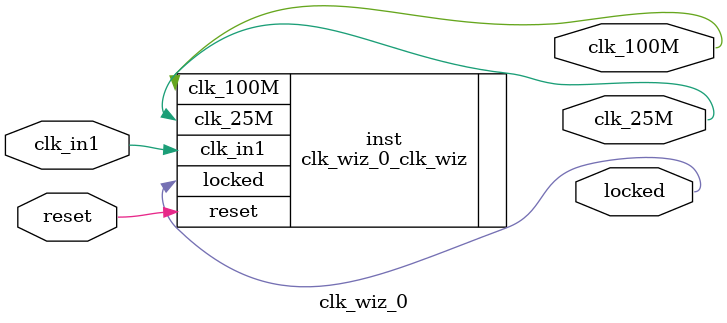
<source format=v>


`timescale 1ps/1ps

(* CORE_GENERATION_INFO = "clk_wiz_0,clk_wiz_v5_3_1,{component_name=clk_wiz_0,use_phase_alignment=true,use_min_o_jitter=false,use_max_i_jitter=false,use_dyn_phase_shift=false,use_inclk_switchover=false,use_dyn_reconfig=false,enable_axi=0,feedback_source=FDBK_AUTO,PRIMITIVE=MMCM,num_out_clk=2,clkin1_period=10.0,clkin2_period=10.0,use_power_down=false,use_reset=true,use_locked=true,use_inclk_stopped=false,feedback_type=SINGLE,CLOCK_MGR_TYPE=NA,manual_override=false}" *)

module clk_wiz_0 
 (
 // Clock in ports
  input         clk_in1,
  // Clock out ports
  output        clk_100M,
  output        clk_25M,
  // Status and control signals
  input         reset,
  output        locked
 );

  clk_wiz_0_clk_wiz inst
  (
 // Clock in ports
  .clk_in1(clk_in1),
  // Clock out ports  
  .clk_100M(clk_100M),
  .clk_25M(clk_25M),
  // Status and control signals               
  .reset(reset), 
  .locked(locked)            
  );

endmodule

</source>
